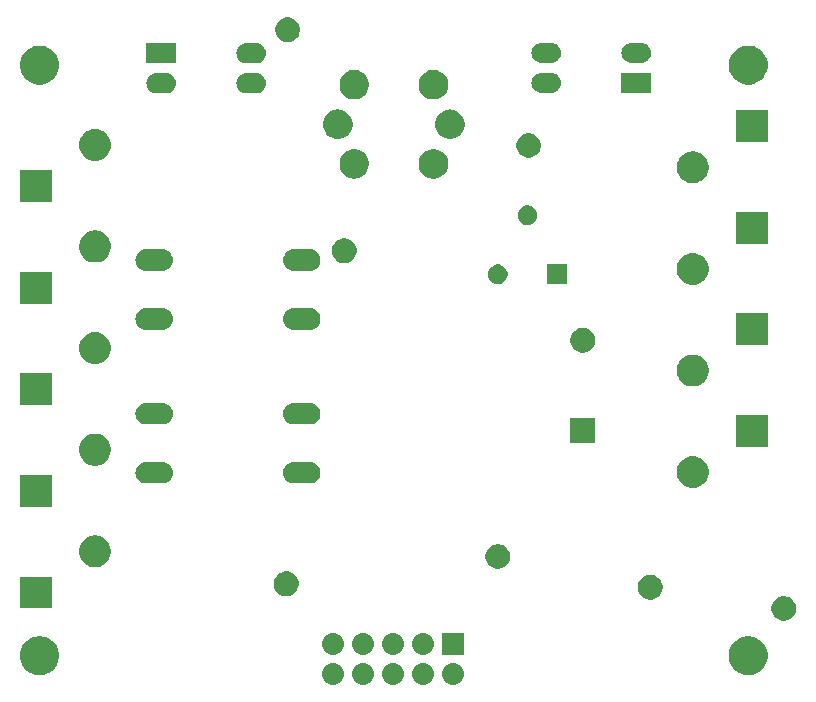
<source format=gbs>
G04 #@! TF.GenerationSoftware,KiCad,Pcbnew,(5.0.2)-1*
G04 #@! TF.CreationDate,2019-05-09T18:21:29+02:00*
G04 #@! TF.ProjectId,SafetySystem,53616665-7479-4537-9973-74656d2e6b69,rev?*
G04 #@! TF.SameCoordinates,Original*
G04 #@! TF.FileFunction,Soldermask,Bot*
G04 #@! TF.FilePolarity,Negative*
%FSLAX46Y46*%
G04 Gerber Fmt 4.6, Leading zero omitted, Abs format (unit mm)*
G04 Created by KiCad (PCBNEW (5.0.2)-1) date 09.05.2019 18:21:29*
%MOMM*%
%LPD*%
G01*
G04 APERTURE LIST*
%ADD10C,0.100000*%
G04 APERTURE END LIST*
D10*
G36*
X195099294Y-105638633D02*
X195271694Y-105690931D01*
X195271696Y-105690932D01*
X195430583Y-105775859D01*
X195569849Y-105890151D01*
X195684141Y-106029417D01*
X195769068Y-106188304D01*
X195769069Y-106188306D01*
X195821367Y-106360706D01*
X195839025Y-106540000D01*
X195821367Y-106719294D01*
X195769069Y-106891694D01*
X195769068Y-106891696D01*
X195684141Y-107050583D01*
X195569849Y-107189849D01*
X195430583Y-107304141D01*
X195271696Y-107389068D01*
X195271694Y-107389069D01*
X195099294Y-107441367D01*
X194964931Y-107454600D01*
X194875069Y-107454600D01*
X194740706Y-107441367D01*
X194568306Y-107389069D01*
X194568304Y-107389068D01*
X194409417Y-107304141D01*
X194270151Y-107189849D01*
X194155859Y-107050583D01*
X194070932Y-106891696D01*
X194070931Y-106891694D01*
X194018633Y-106719294D01*
X194000975Y-106540000D01*
X194018633Y-106360706D01*
X194070931Y-106188306D01*
X194070932Y-106188304D01*
X194155859Y-106029417D01*
X194270151Y-105890151D01*
X194409417Y-105775859D01*
X194568304Y-105690932D01*
X194568306Y-105690931D01*
X194740706Y-105638633D01*
X194875069Y-105625400D01*
X194964931Y-105625400D01*
X195099294Y-105638633D01*
X195099294Y-105638633D01*
G37*
G36*
X197639294Y-105638633D02*
X197811694Y-105690931D01*
X197811696Y-105690932D01*
X197970583Y-105775859D01*
X198109849Y-105890151D01*
X198224141Y-106029417D01*
X198309068Y-106188304D01*
X198309069Y-106188306D01*
X198361367Y-106360706D01*
X198379025Y-106540000D01*
X198361367Y-106719294D01*
X198309069Y-106891694D01*
X198309068Y-106891696D01*
X198224141Y-107050583D01*
X198109849Y-107189849D01*
X197970583Y-107304141D01*
X197811696Y-107389068D01*
X197811694Y-107389069D01*
X197639294Y-107441367D01*
X197504931Y-107454600D01*
X197415069Y-107454600D01*
X197280706Y-107441367D01*
X197108306Y-107389069D01*
X197108304Y-107389068D01*
X196949417Y-107304141D01*
X196810151Y-107189849D01*
X196695859Y-107050583D01*
X196610932Y-106891696D01*
X196610931Y-106891694D01*
X196558633Y-106719294D01*
X196540975Y-106540000D01*
X196558633Y-106360706D01*
X196610931Y-106188306D01*
X196610932Y-106188304D01*
X196695859Y-106029417D01*
X196810151Y-105890151D01*
X196949417Y-105775859D01*
X197108304Y-105690932D01*
X197108306Y-105690931D01*
X197280706Y-105638633D01*
X197415069Y-105625400D01*
X197504931Y-105625400D01*
X197639294Y-105638633D01*
X197639294Y-105638633D01*
G37*
G36*
X200179294Y-105638633D02*
X200351694Y-105690931D01*
X200351696Y-105690932D01*
X200510583Y-105775859D01*
X200649849Y-105890151D01*
X200764141Y-106029417D01*
X200849068Y-106188304D01*
X200849069Y-106188306D01*
X200901367Y-106360706D01*
X200919025Y-106540000D01*
X200901367Y-106719294D01*
X200849069Y-106891694D01*
X200849068Y-106891696D01*
X200764141Y-107050583D01*
X200649849Y-107189849D01*
X200510583Y-107304141D01*
X200351696Y-107389068D01*
X200351694Y-107389069D01*
X200179294Y-107441367D01*
X200044931Y-107454600D01*
X199955069Y-107454600D01*
X199820706Y-107441367D01*
X199648306Y-107389069D01*
X199648304Y-107389068D01*
X199489417Y-107304141D01*
X199350151Y-107189849D01*
X199235859Y-107050583D01*
X199150932Y-106891696D01*
X199150931Y-106891694D01*
X199098633Y-106719294D01*
X199080975Y-106540000D01*
X199098633Y-106360706D01*
X199150931Y-106188306D01*
X199150932Y-106188304D01*
X199235859Y-106029417D01*
X199350151Y-105890151D01*
X199489417Y-105775859D01*
X199648304Y-105690932D01*
X199648306Y-105690931D01*
X199820706Y-105638633D01*
X199955069Y-105625400D01*
X200044931Y-105625400D01*
X200179294Y-105638633D01*
X200179294Y-105638633D01*
G37*
G36*
X192559294Y-105638633D02*
X192731694Y-105690931D01*
X192731696Y-105690932D01*
X192890583Y-105775859D01*
X193029849Y-105890151D01*
X193144141Y-106029417D01*
X193229068Y-106188304D01*
X193229069Y-106188306D01*
X193281367Y-106360706D01*
X193299025Y-106540000D01*
X193281367Y-106719294D01*
X193229069Y-106891694D01*
X193229068Y-106891696D01*
X193144141Y-107050583D01*
X193029849Y-107189849D01*
X192890583Y-107304141D01*
X192731696Y-107389068D01*
X192731694Y-107389069D01*
X192559294Y-107441367D01*
X192424931Y-107454600D01*
X192335069Y-107454600D01*
X192200706Y-107441367D01*
X192028306Y-107389069D01*
X192028304Y-107389068D01*
X191869417Y-107304141D01*
X191730151Y-107189849D01*
X191615859Y-107050583D01*
X191530932Y-106891696D01*
X191530931Y-106891694D01*
X191478633Y-106719294D01*
X191460975Y-106540000D01*
X191478633Y-106360706D01*
X191530931Y-106188306D01*
X191530932Y-106188304D01*
X191615859Y-106029417D01*
X191730151Y-105890151D01*
X191869417Y-105775859D01*
X192028304Y-105690932D01*
X192028306Y-105690931D01*
X192200706Y-105638633D01*
X192335069Y-105625400D01*
X192424931Y-105625400D01*
X192559294Y-105638633D01*
X192559294Y-105638633D01*
G37*
G36*
X190019294Y-105638633D02*
X190191694Y-105690931D01*
X190191696Y-105690932D01*
X190350583Y-105775859D01*
X190489849Y-105890151D01*
X190604141Y-106029417D01*
X190689068Y-106188304D01*
X190689069Y-106188306D01*
X190741367Y-106360706D01*
X190759025Y-106540000D01*
X190741367Y-106719294D01*
X190689069Y-106891694D01*
X190689068Y-106891696D01*
X190604141Y-107050583D01*
X190489849Y-107189849D01*
X190350583Y-107304141D01*
X190191696Y-107389068D01*
X190191694Y-107389069D01*
X190019294Y-107441367D01*
X189884931Y-107454600D01*
X189795069Y-107454600D01*
X189660706Y-107441367D01*
X189488306Y-107389069D01*
X189488304Y-107389068D01*
X189329417Y-107304141D01*
X189190151Y-107189849D01*
X189075859Y-107050583D01*
X188990932Y-106891696D01*
X188990931Y-106891694D01*
X188938633Y-106719294D01*
X188920975Y-106540000D01*
X188938633Y-106360706D01*
X188990931Y-106188306D01*
X188990932Y-106188304D01*
X189075859Y-106029417D01*
X189190151Y-105890151D01*
X189329417Y-105775859D01*
X189488304Y-105690932D01*
X189488306Y-105690931D01*
X189660706Y-105638633D01*
X189795069Y-105625400D01*
X189884931Y-105625400D01*
X190019294Y-105638633D01*
X190019294Y-105638633D01*
G37*
G36*
X225375256Y-103391298D02*
X225481579Y-103412447D01*
X225782042Y-103536903D01*
X225948765Y-103648304D01*
X226052454Y-103717587D01*
X226282413Y-103947546D01*
X226282415Y-103947549D01*
X226463097Y-104217958D01*
X226584307Y-104510584D01*
X226587553Y-104518422D01*
X226636430Y-104764140D01*
X226651000Y-104837391D01*
X226651000Y-105162609D01*
X226587553Y-105481579D01*
X226463097Y-105782042D01*
X226297807Y-106029416D01*
X226282413Y-106052454D01*
X226052454Y-106282413D01*
X226052451Y-106282415D01*
X225782042Y-106463097D01*
X225481579Y-106587553D01*
X225375256Y-106608702D01*
X225162611Y-106651000D01*
X224837389Y-106651000D01*
X224624744Y-106608702D01*
X224518421Y-106587553D01*
X224217958Y-106463097D01*
X223947549Y-106282415D01*
X223947546Y-106282413D01*
X223717587Y-106052454D01*
X223702193Y-106029416D01*
X223536903Y-105782042D01*
X223412447Y-105481579D01*
X223349000Y-105162609D01*
X223349000Y-104837391D01*
X223363571Y-104764140D01*
X223412447Y-104518422D01*
X223415694Y-104510584D01*
X223536903Y-104217958D01*
X223717585Y-103947549D01*
X223717587Y-103947546D01*
X223947546Y-103717587D01*
X224051235Y-103648304D01*
X224217958Y-103536903D01*
X224518421Y-103412447D01*
X224624744Y-103391298D01*
X224837389Y-103349000D01*
X225162611Y-103349000D01*
X225375256Y-103391298D01*
X225375256Y-103391298D01*
G37*
G36*
X165375256Y-103391298D02*
X165481579Y-103412447D01*
X165782042Y-103536903D01*
X165948765Y-103648304D01*
X166052454Y-103717587D01*
X166282413Y-103947546D01*
X166282415Y-103947549D01*
X166463097Y-104217958D01*
X166584307Y-104510584D01*
X166587553Y-104518422D01*
X166636430Y-104764140D01*
X166651000Y-104837391D01*
X166651000Y-105162609D01*
X166587553Y-105481579D01*
X166463097Y-105782042D01*
X166297807Y-106029416D01*
X166282413Y-106052454D01*
X166052454Y-106282413D01*
X166052451Y-106282415D01*
X165782042Y-106463097D01*
X165481579Y-106587553D01*
X165375256Y-106608702D01*
X165162611Y-106651000D01*
X164837389Y-106651000D01*
X164624744Y-106608702D01*
X164518421Y-106587553D01*
X164217958Y-106463097D01*
X163947549Y-106282415D01*
X163947546Y-106282413D01*
X163717587Y-106052454D01*
X163702193Y-106029416D01*
X163536903Y-105782042D01*
X163412447Y-105481579D01*
X163349000Y-105162609D01*
X163349000Y-104837391D01*
X163363571Y-104764140D01*
X163412447Y-104518422D01*
X163415694Y-104510584D01*
X163536903Y-104217958D01*
X163717585Y-103947549D01*
X163717587Y-103947546D01*
X163947546Y-103717587D01*
X164051235Y-103648304D01*
X164217958Y-103536903D01*
X164518421Y-103412447D01*
X164624744Y-103391298D01*
X164837389Y-103349000D01*
X165162611Y-103349000D01*
X165375256Y-103391298D01*
X165375256Y-103391298D01*
G37*
G36*
X197639294Y-103098633D02*
X197811694Y-103150931D01*
X197811696Y-103150932D01*
X197970583Y-103235859D01*
X198109849Y-103350151D01*
X198224141Y-103489417D01*
X198309068Y-103648304D01*
X198309069Y-103648306D01*
X198361367Y-103820706D01*
X198379025Y-104000000D01*
X198361367Y-104179294D01*
X198309069Y-104351694D01*
X198309068Y-104351696D01*
X198224141Y-104510583D01*
X198109849Y-104649849D01*
X197970583Y-104764141D01*
X197833546Y-104837389D01*
X197811694Y-104849069D01*
X197639294Y-104901367D01*
X197504931Y-104914600D01*
X197415069Y-104914600D01*
X197280706Y-104901367D01*
X197108306Y-104849069D01*
X197086454Y-104837389D01*
X196949417Y-104764141D01*
X196810151Y-104649849D01*
X196695859Y-104510583D01*
X196610932Y-104351696D01*
X196610931Y-104351694D01*
X196558633Y-104179294D01*
X196540975Y-104000000D01*
X196558633Y-103820706D01*
X196610931Y-103648306D01*
X196610932Y-103648304D01*
X196695859Y-103489417D01*
X196810151Y-103350151D01*
X196949417Y-103235859D01*
X197108304Y-103150932D01*
X197108306Y-103150931D01*
X197280706Y-103098633D01*
X197415069Y-103085400D01*
X197504931Y-103085400D01*
X197639294Y-103098633D01*
X197639294Y-103098633D01*
G37*
G36*
X192559294Y-103098633D02*
X192731694Y-103150931D01*
X192731696Y-103150932D01*
X192890583Y-103235859D01*
X193029849Y-103350151D01*
X193144141Y-103489417D01*
X193229068Y-103648304D01*
X193229069Y-103648306D01*
X193281367Y-103820706D01*
X193299025Y-104000000D01*
X193281367Y-104179294D01*
X193229069Y-104351694D01*
X193229068Y-104351696D01*
X193144141Y-104510583D01*
X193029849Y-104649849D01*
X192890583Y-104764141D01*
X192753546Y-104837389D01*
X192731694Y-104849069D01*
X192559294Y-104901367D01*
X192424931Y-104914600D01*
X192335069Y-104914600D01*
X192200706Y-104901367D01*
X192028306Y-104849069D01*
X192006454Y-104837389D01*
X191869417Y-104764141D01*
X191730151Y-104649849D01*
X191615859Y-104510583D01*
X191530932Y-104351696D01*
X191530931Y-104351694D01*
X191478633Y-104179294D01*
X191460975Y-104000000D01*
X191478633Y-103820706D01*
X191530931Y-103648306D01*
X191530932Y-103648304D01*
X191615859Y-103489417D01*
X191730151Y-103350151D01*
X191869417Y-103235859D01*
X192028304Y-103150932D01*
X192028306Y-103150931D01*
X192200706Y-103098633D01*
X192335069Y-103085400D01*
X192424931Y-103085400D01*
X192559294Y-103098633D01*
X192559294Y-103098633D01*
G37*
G36*
X190019294Y-103098633D02*
X190191694Y-103150931D01*
X190191696Y-103150932D01*
X190350583Y-103235859D01*
X190489849Y-103350151D01*
X190604141Y-103489417D01*
X190689068Y-103648304D01*
X190689069Y-103648306D01*
X190741367Y-103820706D01*
X190759025Y-104000000D01*
X190741367Y-104179294D01*
X190689069Y-104351694D01*
X190689068Y-104351696D01*
X190604141Y-104510583D01*
X190489849Y-104649849D01*
X190350583Y-104764141D01*
X190213546Y-104837389D01*
X190191694Y-104849069D01*
X190019294Y-104901367D01*
X189884931Y-104914600D01*
X189795069Y-104914600D01*
X189660706Y-104901367D01*
X189488306Y-104849069D01*
X189466454Y-104837389D01*
X189329417Y-104764141D01*
X189190151Y-104649849D01*
X189075859Y-104510583D01*
X188990932Y-104351696D01*
X188990931Y-104351694D01*
X188938633Y-104179294D01*
X188920975Y-104000000D01*
X188938633Y-103820706D01*
X188990931Y-103648306D01*
X188990932Y-103648304D01*
X189075859Y-103489417D01*
X189190151Y-103350151D01*
X189329417Y-103235859D01*
X189488304Y-103150932D01*
X189488306Y-103150931D01*
X189660706Y-103098633D01*
X189795069Y-103085400D01*
X189884931Y-103085400D01*
X190019294Y-103098633D01*
X190019294Y-103098633D01*
G37*
G36*
X195099294Y-103098633D02*
X195271694Y-103150931D01*
X195271696Y-103150932D01*
X195430583Y-103235859D01*
X195569849Y-103350151D01*
X195684141Y-103489417D01*
X195769068Y-103648304D01*
X195769069Y-103648306D01*
X195821367Y-103820706D01*
X195839025Y-104000000D01*
X195821367Y-104179294D01*
X195769069Y-104351694D01*
X195769068Y-104351696D01*
X195684141Y-104510583D01*
X195569849Y-104649849D01*
X195430583Y-104764141D01*
X195293546Y-104837389D01*
X195271694Y-104849069D01*
X195099294Y-104901367D01*
X194964931Y-104914600D01*
X194875069Y-104914600D01*
X194740706Y-104901367D01*
X194568306Y-104849069D01*
X194546454Y-104837389D01*
X194409417Y-104764141D01*
X194270151Y-104649849D01*
X194155859Y-104510583D01*
X194070932Y-104351696D01*
X194070931Y-104351694D01*
X194018633Y-104179294D01*
X194000975Y-104000000D01*
X194018633Y-103820706D01*
X194070931Y-103648306D01*
X194070932Y-103648304D01*
X194155859Y-103489417D01*
X194270151Y-103350151D01*
X194409417Y-103235859D01*
X194568304Y-103150932D01*
X194568306Y-103150931D01*
X194740706Y-103098633D01*
X194875069Y-103085400D01*
X194964931Y-103085400D01*
X195099294Y-103098633D01*
X195099294Y-103098633D01*
G37*
G36*
X200914600Y-104914600D02*
X199085400Y-104914600D01*
X199085400Y-103085400D01*
X200914600Y-103085400D01*
X200914600Y-104914600D01*
X200914600Y-104914600D01*
G37*
G36*
X228306565Y-99989389D02*
X228497834Y-100068615D01*
X228669976Y-100183637D01*
X228816363Y-100330024D01*
X228931385Y-100502166D01*
X229010611Y-100693435D01*
X229051000Y-100896484D01*
X229051000Y-101103516D01*
X229010611Y-101306565D01*
X228931385Y-101497834D01*
X228816363Y-101669976D01*
X228669976Y-101816363D01*
X228497834Y-101931385D01*
X228306565Y-102010611D01*
X228103516Y-102051000D01*
X227896484Y-102051000D01*
X227693435Y-102010611D01*
X227502166Y-101931385D01*
X227330024Y-101816363D01*
X227183637Y-101669976D01*
X227068615Y-101497834D01*
X226989389Y-101306565D01*
X226949000Y-101103516D01*
X226949000Y-100896484D01*
X226989389Y-100693435D01*
X227068615Y-100502166D01*
X227183637Y-100330024D01*
X227330024Y-100183637D01*
X227502166Y-100068615D01*
X227693435Y-99989389D01*
X227896484Y-99949000D01*
X228103516Y-99949000D01*
X228306565Y-99989389D01*
X228306565Y-99989389D01*
G37*
G36*
X166051000Y-101001000D02*
X163349000Y-101001000D01*
X163349000Y-98299000D01*
X166051000Y-98299000D01*
X166051000Y-101001000D01*
X166051000Y-101001000D01*
G37*
G36*
X217006565Y-98189389D02*
X217197834Y-98268615D01*
X217369976Y-98383637D01*
X217516363Y-98530024D01*
X217631385Y-98702166D01*
X217710611Y-98893435D01*
X217751000Y-99096484D01*
X217751000Y-99303516D01*
X217710611Y-99506565D01*
X217631385Y-99697834D01*
X217516363Y-99869976D01*
X217369976Y-100016363D01*
X217197834Y-100131385D01*
X217006565Y-100210611D01*
X216803516Y-100251000D01*
X216596484Y-100251000D01*
X216393435Y-100210611D01*
X216202166Y-100131385D01*
X216030024Y-100016363D01*
X215883637Y-99869976D01*
X215768615Y-99697834D01*
X215689389Y-99506565D01*
X215649000Y-99303516D01*
X215649000Y-99096484D01*
X215689389Y-98893435D01*
X215768615Y-98702166D01*
X215883637Y-98530024D01*
X216030024Y-98383637D01*
X216202166Y-98268615D01*
X216393435Y-98189389D01*
X216596484Y-98149000D01*
X216803516Y-98149000D01*
X217006565Y-98189389D01*
X217006565Y-98189389D01*
G37*
G36*
X186206565Y-97889389D02*
X186397834Y-97968615D01*
X186569976Y-98083637D01*
X186716363Y-98230024D01*
X186831385Y-98402166D01*
X186910611Y-98593435D01*
X186951000Y-98796484D01*
X186951000Y-99003516D01*
X186910611Y-99206565D01*
X186831385Y-99397834D01*
X186716363Y-99569976D01*
X186569976Y-99716363D01*
X186397834Y-99831385D01*
X186206565Y-99910611D01*
X186003516Y-99951000D01*
X185796484Y-99951000D01*
X185593435Y-99910611D01*
X185402166Y-99831385D01*
X185230024Y-99716363D01*
X185083637Y-99569976D01*
X184968615Y-99397834D01*
X184889389Y-99206565D01*
X184849000Y-99003516D01*
X184849000Y-98796484D01*
X184889389Y-98593435D01*
X184968615Y-98402166D01*
X185083637Y-98230024D01*
X185230024Y-98083637D01*
X185402166Y-97968615D01*
X185593435Y-97889389D01*
X185796484Y-97849000D01*
X186003516Y-97849000D01*
X186206565Y-97889389D01*
X186206565Y-97889389D01*
G37*
G36*
X204106565Y-95589389D02*
X204297834Y-95668615D01*
X204469976Y-95783637D01*
X204616363Y-95930024D01*
X204731385Y-96102166D01*
X204810611Y-96293435D01*
X204851000Y-96496484D01*
X204851000Y-96703516D01*
X204810611Y-96906565D01*
X204731385Y-97097834D01*
X204616363Y-97269976D01*
X204469976Y-97416363D01*
X204297834Y-97531385D01*
X204106565Y-97610611D01*
X203903516Y-97651000D01*
X203696484Y-97651000D01*
X203493435Y-97610611D01*
X203302166Y-97531385D01*
X203130024Y-97416363D01*
X202983637Y-97269976D01*
X202868615Y-97097834D01*
X202789389Y-96906565D01*
X202749000Y-96703516D01*
X202749000Y-96496484D01*
X202789389Y-96293435D01*
X202868615Y-96102166D01*
X202983637Y-95930024D01*
X203130024Y-95783637D01*
X203302166Y-95668615D01*
X203493435Y-95589389D01*
X203696484Y-95549000D01*
X203903516Y-95549000D01*
X204106565Y-95589389D01*
X204106565Y-95589389D01*
G37*
G36*
X169963567Y-94824959D02*
X170094072Y-94850918D01*
X170339939Y-94952759D01*
X170560464Y-95100110D01*
X170561215Y-95100612D01*
X170749388Y-95288785D01*
X170749390Y-95288788D01*
X170897241Y-95510061D01*
X170999082Y-95755928D01*
X171051000Y-96016938D01*
X171051000Y-96283062D01*
X170999082Y-96544072D01*
X170897241Y-96789939D01*
X170819313Y-96906565D01*
X170749388Y-97011215D01*
X170561215Y-97199388D01*
X170561212Y-97199390D01*
X170339939Y-97347241D01*
X170094072Y-97449082D01*
X169963567Y-97475041D01*
X169833063Y-97501000D01*
X169566937Y-97501000D01*
X169436433Y-97475041D01*
X169305928Y-97449082D01*
X169060061Y-97347241D01*
X168838788Y-97199390D01*
X168838785Y-97199388D01*
X168650612Y-97011215D01*
X168580687Y-96906565D01*
X168502759Y-96789939D01*
X168400918Y-96544072D01*
X168349000Y-96283062D01*
X168349000Y-96016938D01*
X168400918Y-95755928D01*
X168502759Y-95510061D01*
X168650610Y-95288788D01*
X168650612Y-95288785D01*
X168838785Y-95100612D01*
X168839536Y-95100110D01*
X169060061Y-94952759D01*
X169305928Y-94850918D01*
X169436433Y-94824959D01*
X169566937Y-94799000D01*
X169833063Y-94799000D01*
X169963567Y-94824959D01*
X169963567Y-94824959D01*
G37*
G36*
X166051000Y-92401000D02*
X163349000Y-92401000D01*
X163349000Y-89699000D01*
X166051000Y-89699000D01*
X166051000Y-92401000D01*
X166051000Y-92401000D01*
G37*
G36*
X220563567Y-88124959D02*
X220694072Y-88150918D01*
X220939939Y-88252759D01*
X221160464Y-88400110D01*
X221161215Y-88400612D01*
X221349388Y-88588785D01*
X221349390Y-88588788D01*
X221497241Y-88810061D01*
X221599082Y-89055928D01*
X221651000Y-89316938D01*
X221651000Y-89583062D01*
X221599082Y-89844072D01*
X221497241Y-90089939D01*
X221380842Y-90264141D01*
X221349388Y-90311215D01*
X221161215Y-90499388D01*
X221161212Y-90499390D01*
X220939939Y-90647241D01*
X220694072Y-90749082D01*
X220563567Y-90775041D01*
X220433063Y-90801000D01*
X220166937Y-90801000D01*
X220036433Y-90775041D01*
X219905928Y-90749082D01*
X219660061Y-90647241D01*
X219438788Y-90499390D01*
X219438785Y-90499388D01*
X219250612Y-90311215D01*
X219219158Y-90264141D01*
X219102759Y-90089939D01*
X219000918Y-89844072D01*
X218949000Y-89583062D01*
X218949000Y-89316938D01*
X219000918Y-89055928D01*
X219102759Y-88810061D01*
X219250610Y-88588788D01*
X219250612Y-88588785D01*
X219438785Y-88400612D01*
X219439536Y-88400110D01*
X219660061Y-88252759D01*
X219905928Y-88150918D01*
X220036433Y-88124959D01*
X220166937Y-88099000D01*
X220433063Y-88099000D01*
X220563567Y-88124959D01*
X220563567Y-88124959D01*
G37*
G36*
X188039694Y-88598633D02*
X188212094Y-88650931D01*
X188212096Y-88650932D01*
X188370983Y-88735859D01*
X188370985Y-88735860D01*
X188370984Y-88735860D01*
X188510249Y-88850151D01*
X188624540Y-88989416D01*
X188709469Y-89148306D01*
X188761767Y-89320706D01*
X188779425Y-89500000D01*
X188761767Y-89679294D01*
X188711781Y-89844071D01*
X188709468Y-89851696D01*
X188624541Y-90010583D01*
X188510249Y-90149849D01*
X188370983Y-90264141D01*
X188212096Y-90349068D01*
X188212094Y-90349069D01*
X188039694Y-90401367D01*
X187905331Y-90414600D01*
X186494669Y-90414600D01*
X186360306Y-90401367D01*
X186187906Y-90349069D01*
X186187904Y-90349068D01*
X186029017Y-90264141D01*
X185889751Y-90149849D01*
X185775459Y-90010583D01*
X185690532Y-89851696D01*
X185688219Y-89844071D01*
X185638233Y-89679294D01*
X185620575Y-89500000D01*
X185638233Y-89320706D01*
X185690531Y-89148306D01*
X185775460Y-88989416D01*
X185889751Y-88850151D01*
X186029016Y-88735860D01*
X186029015Y-88735860D01*
X186029017Y-88735859D01*
X186187904Y-88650932D01*
X186187906Y-88650931D01*
X186360306Y-88598633D01*
X186494669Y-88585400D01*
X187905331Y-88585400D01*
X188039694Y-88598633D01*
X188039694Y-88598633D01*
G37*
G36*
X175539694Y-88598633D02*
X175712094Y-88650931D01*
X175712096Y-88650932D01*
X175870983Y-88735859D01*
X175870985Y-88735860D01*
X175870984Y-88735860D01*
X176010249Y-88850151D01*
X176124540Y-88989416D01*
X176209469Y-89148306D01*
X176261767Y-89320706D01*
X176279425Y-89500000D01*
X176261767Y-89679294D01*
X176211781Y-89844071D01*
X176209468Y-89851696D01*
X176124541Y-90010583D01*
X176010249Y-90149849D01*
X175870983Y-90264141D01*
X175712096Y-90349068D01*
X175712094Y-90349069D01*
X175539694Y-90401367D01*
X175405331Y-90414600D01*
X173994669Y-90414600D01*
X173860306Y-90401367D01*
X173687906Y-90349069D01*
X173687904Y-90349068D01*
X173529017Y-90264141D01*
X173389751Y-90149849D01*
X173275459Y-90010583D01*
X173190532Y-89851696D01*
X173188219Y-89844071D01*
X173138233Y-89679294D01*
X173120575Y-89500000D01*
X173138233Y-89320706D01*
X173190531Y-89148306D01*
X173275460Y-88989416D01*
X173389751Y-88850151D01*
X173529016Y-88735860D01*
X173529015Y-88735860D01*
X173529017Y-88735859D01*
X173687904Y-88650932D01*
X173687906Y-88650931D01*
X173860306Y-88598633D01*
X173994669Y-88585400D01*
X175405331Y-88585400D01*
X175539694Y-88598633D01*
X175539694Y-88598633D01*
G37*
G36*
X169963567Y-86224959D02*
X170094072Y-86250918D01*
X170339939Y-86352759D01*
X170560464Y-86500110D01*
X170561215Y-86500612D01*
X170749388Y-86688785D01*
X170749390Y-86688788D01*
X170897241Y-86910061D01*
X170999082Y-87155928D01*
X171051000Y-87416938D01*
X171051000Y-87683062D01*
X170999082Y-87944072D01*
X170897241Y-88189939D01*
X170756474Y-88400610D01*
X170749388Y-88411215D01*
X170561215Y-88599388D01*
X170561212Y-88599390D01*
X170339939Y-88747241D01*
X170094072Y-88849082D01*
X169963567Y-88875041D01*
X169833063Y-88901000D01*
X169566937Y-88901000D01*
X169436433Y-88875041D01*
X169305928Y-88849082D01*
X169060061Y-88747241D01*
X168838788Y-88599390D01*
X168838785Y-88599388D01*
X168650612Y-88411215D01*
X168643526Y-88400610D01*
X168502759Y-88189939D01*
X168400918Y-87944072D01*
X168349000Y-87683062D01*
X168349000Y-87416938D01*
X168400918Y-87155928D01*
X168502759Y-86910061D01*
X168650610Y-86688788D01*
X168650612Y-86688785D01*
X168838785Y-86500612D01*
X168839536Y-86500110D01*
X169060061Y-86352759D01*
X169305928Y-86250918D01*
X169436433Y-86224959D01*
X169566937Y-86199000D01*
X169833063Y-86199000D01*
X169963567Y-86224959D01*
X169963567Y-86224959D01*
G37*
G36*
X226651000Y-87301000D02*
X223949000Y-87301000D01*
X223949000Y-84599000D01*
X226651000Y-84599000D01*
X226651000Y-87301000D01*
X226651000Y-87301000D01*
G37*
G36*
X212051000Y-86951000D02*
X209949000Y-86951000D01*
X209949000Y-84849000D01*
X212051000Y-84849000D01*
X212051000Y-86951000D01*
X212051000Y-86951000D01*
G37*
G36*
X188039694Y-83598633D02*
X188212094Y-83650931D01*
X188212096Y-83650932D01*
X188370983Y-83735859D01*
X188370985Y-83735860D01*
X188370984Y-83735860D01*
X188510249Y-83850151D01*
X188624540Y-83989416D01*
X188709469Y-84148306D01*
X188761767Y-84320706D01*
X188779425Y-84500000D01*
X188761767Y-84679294D01*
X188710286Y-84849000D01*
X188709468Y-84851696D01*
X188624541Y-85010583D01*
X188510249Y-85149849D01*
X188370983Y-85264141D01*
X188212096Y-85349068D01*
X188212094Y-85349069D01*
X188039694Y-85401367D01*
X187905331Y-85414600D01*
X186494669Y-85414600D01*
X186360306Y-85401367D01*
X186187906Y-85349069D01*
X186187904Y-85349068D01*
X186029017Y-85264141D01*
X185889751Y-85149849D01*
X185775459Y-85010583D01*
X185690532Y-84851696D01*
X185689714Y-84849000D01*
X185638233Y-84679294D01*
X185620575Y-84500000D01*
X185638233Y-84320706D01*
X185690531Y-84148306D01*
X185775460Y-83989416D01*
X185889751Y-83850151D01*
X186029016Y-83735860D01*
X186029015Y-83735860D01*
X186029017Y-83735859D01*
X186187904Y-83650932D01*
X186187906Y-83650931D01*
X186360306Y-83598633D01*
X186494669Y-83585400D01*
X187905331Y-83585400D01*
X188039694Y-83598633D01*
X188039694Y-83598633D01*
G37*
G36*
X175539694Y-83598633D02*
X175712094Y-83650931D01*
X175712096Y-83650932D01*
X175870983Y-83735859D01*
X175870985Y-83735860D01*
X175870984Y-83735860D01*
X176010249Y-83850151D01*
X176124540Y-83989416D01*
X176209469Y-84148306D01*
X176261767Y-84320706D01*
X176279425Y-84500000D01*
X176261767Y-84679294D01*
X176210286Y-84849000D01*
X176209468Y-84851696D01*
X176124541Y-85010583D01*
X176010249Y-85149849D01*
X175870983Y-85264141D01*
X175712096Y-85349068D01*
X175712094Y-85349069D01*
X175539694Y-85401367D01*
X175405331Y-85414600D01*
X173994669Y-85414600D01*
X173860306Y-85401367D01*
X173687906Y-85349069D01*
X173687904Y-85349068D01*
X173529017Y-85264141D01*
X173389751Y-85149849D01*
X173275459Y-85010583D01*
X173190532Y-84851696D01*
X173189714Y-84849000D01*
X173138233Y-84679294D01*
X173120575Y-84500000D01*
X173138233Y-84320706D01*
X173190531Y-84148306D01*
X173275460Y-83989416D01*
X173389751Y-83850151D01*
X173529016Y-83735860D01*
X173529015Y-83735860D01*
X173529017Y-83735859D01*
X173687904Y-83650932D01*
X173687906Y-83650931D01*
X173860306Y-83598633D01*
X173994669Y-83585400D01*
X175405331Y-83585400D01*
X175539694Y-83598633D01*
X175539694Y-83598633D01*
G37*
G36*
X166051000Y-83801000D02*
X163349000Y-83801000D01*
X163349000Y-81099000D01*
X166051000Y-81099000D01*
X166051000Y-83801000D01*
X166051000Y-83801000D01*
G37*
G36*
X220563567Y-79524959D02*
X220694072Y-79550918D01*
X220939939Y-79652759D01*
X221160464Y-79800110D01*
X221161215Y-79800612D01*
X221349388Y-79988785D01*
X221349390Y-79988788D01*
X221497241Y-80210061D01*
X221599082Y-80455928D01*
X221651000Y-80716938D01*
X221651000Y-80983062D01*
X221599082Y-81244072D01*
X221497241Y-81489939D01*
X221349890Y-81710464D01*
X221349388Y-81711215D01*
X221161215Y-81899388D01*
X221161212Y-81899390D01*
X220939939Y-82047241D01*
X220694072Y-82149082D01*
X220563567Y-82175041D01*
X220433063Y-82201000D01*
X220166937Y-82201000D01*
X220036433Y-82175041D01*
X219905928Y-82149082D01*
X219660061Y-82047241D01*
X219438788Y-81899390D01*
X219438785Y-81899388D01*
X219250612Y-81711215D01*
X219250110Y-81710464D01*
X219102759Y-81489939D01*
X219000918Y-81244072D01*
X218949000Y-80983062D01*
X218949000Y-80716938D01*
X219000918Y-80455928D01*
X219102759Y-80210061D01*
X219250610Y-79988788D01*
X219250612Y-79988785D01*
X219438785Y-79800612D01*
X219439536Y-79800110D01*
X219660061Y-79652759D01*
X219905928Y-79550918D01*
X220036433Y-79524959D01*
X220166937Y-79499000D01*
X220433063Y-79499000D01*
X220563567Y-79524959D01*
X220563567Y-79524959D01*
G37*
G36*
X169963567Y-77624959D02*
X170094072Y-77650918D01*
X170339939Y-77752759D01*
X170560464Y-77900110D01*
X170561215Y-77900612D01*
X170749388Y-78088785D01*
X170749390Y-78088788D01*
X170897241Y-78310061D01*
X170999082Y-78555928D01*
X171051000Y-78816938D01*
X171051000Y-79083062D01*
X170999082Y-79344072D01*
X170897241Y-79589939D01*
X170756474Y-79800610D01*
X170749388Y-79811215D01*
X170561215Y-79999388D01*
X170561212Y-79999390D01*
X170339939Y-80147241D01*
X170094072Y-80249082D01*
X169963567Y-80275041D01*
X169833063Y-80301000D01*
X169566937Y-80301000D01*
X169436433Y-80275041D01*
X169305928Y-80249082D01*
X169060061Y-80147241D01*
X168838788Y-79999390D01*
X168838785Y-79999388D01*
X168650612Y-79811215D01*
X168643526Y-79800610D01*
X168502759Y-79589939D01*
X168400918Y-79344072D01*
X168349000Y-79083062D01*
X168349000Y-78816938D01*
X168400918Y-78555928D01*
X168502759Y-78310061D01*
X168650610Y-78088788D01*
X168650612Y-78088785D01*
X168838785Y-77900612D01*
X168839536Y-77900110D01*
X169060061Y-77752759D01*
X169305928Y-77650918D01*
X169436433Y-77624959D01*
X169566937Y-77599000D01*
X169833063Y-77599000D01*
X169963567Y-77624959D01*
X169963567Y-77624959D01*
G37*
G36*
X211306565Y-77289389D02*
X211497834Y-77368615D01*
X211669976Y-77483637D01*
X211816363Y-77630024D01*
X211931385Y-77802166D01*
X212010611Y-77993435D01*
X212051000Y-78196484D01*
X212051000Y-78403516D01*
X212010611Y-78606565D01*
X211931385Y-78797834D01*
X211816363Y-78969976D01*
X211669976Y-79116363D01*
X211497834Y-79231385D01*
X211306565Y-79310611D01*
X211103516Y-79351000D01*
X210896484Y-79351000D01*
X210693435Y-79310611D01*
X210502166Y-79231385D01*
X210330024Y-79116363D01*
X210183637Y-78969976D01*
X210068615Y-78797834D01*
X209989389Y-78606565D01*
X209949000Y-78403516D01*
X209949000Y-78196484D01*
X209989389Y-77993435D01*
X210068615Y-77802166D01*
X210183637Y-77630024D01*
X210330024Y-77483637D01*
X210502166Y-77368615D01*
X210693435Y-77289389D01*
X210896484Y-77249000D01*
X211103516Y-77249000D01*
X211306565Y-77289389D01*
X211306565Y-77289389D01*
G37*
G36*
X226651000Y-78701000D02*
X223949000Y-78701000D01*
X223949000Y-75999000D01*
X226651000Y-75999000D01*
X226651000Y-78701000D01*
X226651000Y-78701000D01*
G37*
G36*
X188039694Y-75598633D02*
X188212094Y-75650931D01*
X188212096Y-75650932D01*
X188370983Y-75735859D01*
X188370985Y-75735860D01*
X188370984Y-75735860D01*
X188510249Y-75850151D01*
X188624540Y-75989416D01*
X188709469Y-76148306D01*
X188761767Y-76320706D01*
X188779425Y-76500000D01*
X188761767Y-76679294D01*
X188709469Y-76851694D01*
X188709468Y-76851696D01*
X188624541Y-77010583D01*
X188510249Y-77149849D01*
X188370983Y-77264141D01*
X188212096Y-77349068D01*
X188212094Y-77349069D01*
X188039694Y-77401367D01*
X187905331Y-77414600D01*
X186494669Y-77414600D01*
X186360306Y-77401367D01*
X186187906Y-77349069D01*
X186187904Y-77349068D01*
X186029017Y-77264141D01*
X185889751Y-77149849D01*
X185775459Y-77010583D01*
X185690532Y-76851696D01*
X185690531Y-76851694D01*
X185638233Y-76679294D01*
X185620575Y-76500000D01*
X185638233Y-76320706D01*
X185690531Y-76148306D01*
X185775460Y-75989416D01*
X185889751Y-75850151D01*
X186029016Y-75735860D01*
X186029015Y-75735860D01*
X186029017Y-75735859D01*
X186187904Y-75650932D01*
X186187906Y-75650931D01*
X186360306Y-75598633D01*
X186494669Y-75585400D01*
X187905331Y-75585400D01*
X188039694Y-75598633D01*
X188039694Y-75598633D01*
G37*
G36*
X175539694Y-75598633D02*
X175712094Y-75650931D01*
X175712096Y-75650932D01*
X175870983Y-75735859D01*
X175870985Y-75735860D01*
X175870984Y-75735860D01*
X176010249Y-75850151D01*
X176124540Y-75989416D01*
X176209469Y-76148306D01*
X176261767Y-76320706D01*
X176279425Y-76500000D01*
X176261767Y-76679294D01*
X176209469Y-76851694D01*
X176209468Y-76851696D01*
X176124541Y-77010583D01*
X176010249Y-77149849D01*
X175870983Y-77264141D01*
X175712096Y-77349068D01*
X175712094Y-77349069D01*
X175539694Y-77401367D01*
X175405331Y-77414600D01*
X173994669Y-77414600D01*
X173860306Y-77401367D01*
X173687906Y-77349069D01*
X173687904Y-77349068D01*
X173529017Y-77264141D01*
X173389751Y-77149849D01*
X173275459Y-77010583D01*
X173190532Y-76851696D01*
X173190531Y-76851694D01*
X173138233Y-76679294D01*
X173120575Y-76500000D01*
X173138233Y-76320706D01*
X173190531Y-76148306D01*
X173275460Y-75989416D01*
X173389751Y-75850151D01*
X173529016Y-75735860D01*
X173529015Y-75735860D01*
X173529017Y-75735859D01*
X173687904Y-75650932D01*
X173687906Y-75650931D01*
X173860306Y-75598633D01*
X173994669Y-75585400D01*
X175405331Y-75585400D01*
X175539694Y-75598633D01*
X175539694Y-75598633D01*
G37*
G36*
X166051000Y-75201000D02*
X163349000Y-75201000D01*
X163349000Y-72499000D01*
X166051000Y-72499000D01*
X166051000Y-75201000D01*
X166051000Y-75201000D01*
G37*
G36*
X220563567Y-70924959D02*
X220694072Y-70950918D01*
X220939939Y-71052759D01*
X221157057Y-71197834D01*
X221161215Y-71200612D01*
X221349388Y-71388785D01*
X221349390Y-71388788D01*
X221497241Y-71610061D01*
X221599082Y-71855928D01*
X221651000Y-72116938D01*
X221651000Y-72383062D01*
X221599082Y-72644072D01*
X221497241Y-72889939D01*
X221362723Y-73091258D01*
X221349388Y-73111215D01*
X221161215Y-73299388D01*
X221161212Y-73299390D01*
X220939939Y-73447241D01*
X220694072Y-73549082D01*
X220563567Y-73575041D01*
X220433063Y-73601000D01*
X220166937Y-73601000D01*
X220036433Y-73575041D01*
X219905928Y-73549082D01*
X219660061Y-73447241D01*
X219438788Y-73299390D01*
X219438785Y-73299388D01*
X219250612Y-73111215D01*
X219237277Y-73091258D01*
X219102759Y-72889939D01*
X219000918Y-72644072D01*
X218949000Y-72383062D01*
X218949000Y-72116938D01*
X219000918Y-71855928D01*
X219102759Y-71610061D01*
X219250610Y-71388788D01*
X219250612Y-71388785D01*
X219438785Y-71200612D01*
X219442943Y-71197834D01*
X219660061Y-71052759D01*
X219905928Y-70950918D01*
X220036433Y-70924959D01*
X220166937Y-70899000D01*
X220433063Y-70899000D01*
X220563567Y-70924959D01*
X220563567Y-70924959D01*
G37*
G36*
X209626000Y-73526000D02*
X207974000Y-73526000D01*
X207974000Y-71874000D01*
X209626000Y-71874000D01*
X209626000Y-73526000D01*
X209626000Y-73526000D01*
G37*
G36*
X204040935Y-71905742D02*
X204191258Y-71968008D01*
X204326545Y-72058404D01*
X204441596Y-72173455D01*
X204531992Y-72308742D01*
X204594258Y-72459065D01*
X204626000Y-72618646D01*
X204626000Y-72781354D01*
X204594258Y-72940935D01*
X204531992Y-73091258D01*
X204441596Y-73226545D01*
X204326545Y-73341596D01*
X204191258Y-73431992D01*
X204040935Y-73494258D01*
X203881354Y-73526000D01*
X203718646Y-73526000D01*
X203559065Y-73494258D01*
X203408742Y-73431992D01*
X203273455Y-73341596D01*
X203158404Y-73226545D01*
X203068008Y-73091258D01*
X203005742Y-72940935D01*
X202974000Y-72781354D01*
X202974000Y-72618646D01*
X203005742Y-72459065D01*
X203068008Y-72308742D01*
X203158404Y-72173455D01*
X203273455Y-72058404D01*
X203408742Y-71968008D01*
X203559065Y-71905742D01*
X203718646Y-71874000D01*
X203881354Y-71874000D01*
X204040935Y-71905742D01*
X204040935Y-71905742D01*
G37*
G36*
X188039694Y-70598633D02*
X188212094Y-70650931D01*
X188212096Y-70650932D01*
X188370983Y-70735859D01*
X188510249Y-70850151D01*
X188624541Y-70989417D01*
X188658398Y-71052759D01*
X188709469Y-71148306D01*
X188761767Y-71320706D01*
X188779425Y-71500000D01*
X188761767Y-71679294D01*
X188709469Y-71851694D01*
X188709468Y-71851696D01*
X188624541Y-72010583D01*
X188510249Y-72149849D01*
X188370983Y-72264141D01*
X188212096Y-72349068D01*
X188212094Y-72349069D01*
X188039694Y-72401367D01*
X187905331Y-72414600D01*
X186494669Y-72414600D01*
X186360306Y-72401367D01*
X186187906Y-72349069D01*
X186187904Y-72349068D01*
X186029017Y-72264141D01*
X185889751Y-72149849D01*
X185775459Y-72010583D01*
X185690532Y-71851696D01*
X185690531Y-71851694D01*
X185638233Y-71679294D01*
X185620575Y-71500000D01*
X185638233Y-71320706D01*
X185690531Y-71148306D01*
X185741602Y-71052759D01*
X185775459Y-70989417D01*
X185889751Y-70850151D01*
X186029017Y-70735859D01*
X186187904Y-70650932D01*
X186187906Y-70650931D01*
X186360306Y-70598633D01*
X186494669Y-70585400D01*
X187905331Y-70585400D01*
X188039694Y-70598633D01*
X188039694Y-70598633D01*
G37*
G36*
X175539694Y-70598633D02*
X175712094Y-70650931D01*
X175712096Y-70650932D01*
X175870983Y-70735859D01*
X176010249Y-70850151D01*
X176124541Y-70989417D01*
X176158398Y-71052759D01*
X176209469Y-71148306D01*
X176261767Y-71320706D01*
X176279425Y-71500000D01*
X176261767Y-71679294D01*
X176209469Y-71851694D01*
X176209468Y-71851696D01*
X176124541Y-72010583D01*
X176010249Y-72149849D01*
X175870983Y-72264141D01*
X175712096Y-72349068D01*
X175712094Y-72349069D01*
X175539694Y-72401367D01*
X175405331Y-72414600D01*
X173994669Y-72414600D01*
X173860306Y-72401367D01*
X173687906Y-72349069D01*
X173687904Y-72349068D01*
X173529017Y-72264141D01*
X173389751Y-72149849D01*
X173275459Y-72010583D01*
X173190532Y-71851696D01*
X173190531Y-71851694D01*
X173138233Y-71679294D01*
X173120575Y-71500000D01*
X173138233Y-71320706D01*
X173190531Y-71148306D01*
X173241602Y-71052759D01*
X173275459Y-70989417D01*
X173389751Y-70850151D01*
X173529017Y-70735859D01*
X173687904Y-70650932D01*
X173687906Y-70650931D01*
X173860306Y-70598633D01*
X173994669Y-70585400D01*
X175405331Y-70585400D01*
X175539694Y-70598633D01*
X175539694Y-70598633D01*
G37*
G36*
X191106565Y-69689389D02*
X191297834Y-69768615D01*
X191469976Y-69883637D01*
X191616363Y-70030024D01*
X191731385Y-70202166D01*
X191810611Y-70393435D01*
X191851000Y-70596484D01*
X191851000Y-70803516D01*
X191810611Y-71006565D01*
X191731385Y-71197834D01*
X191616363Y-71369976D01*
X191469976Y-71516363D01*
X191297834Y-71631385D01*
X191106565Y-71710611D01*
X190903516Y-71751000D01*
X190696484Y-71751000D01*
X190493435Y-71710611D01*
X190302166Y-71631385D01*
X190130024Y-71516363D01*
X189983637Y-71369976D01*
X189868615Y-71197834D01*
X189789389Y-71006565D01*
X189749000Y-70803516D01*
X189749000Y-70596484D01*
X189789389Y-70393435D01*
X189868615Y-70202166D01*
X189983637Y-70030024D01*
X190130024Y-69883637D01*
X190302166Y-69768615D01*
X190493435Y-69689389D01*
X190696484Y-69649000D01*
X190903516Y-69649000D01*
X191106565Y-69689389D01*
X191106565Y-69689389D01*
G37*
G36*
X169963567Y-69024959D02*
X170094072Y-69050918D01*
X170339939Y-69152759D01*
X170560464Y-69300110D01*
X170561215Y-69300612D01*
X170749388Y-69488785D01*
X170749390Y-69488788D01*
X170897241Y-69710061D01*
X170999082Y-69955928D01*
X171013821Y-70030027D01*
X171048062Y-70202165D01*
X171051000Y-70216938D01*
X171051000Y-70483062D01*
X170999082Y-70744072D01*
X170897241Y-70989939D01*
X170758329Y-71197834D01*
X170749388Y-71211215D01*
X170561215Y-71399388D01*
X170561212Y-71399390D01*
X170339939Y-71547241D01*
X170094072Y-71649082D01*
X169963567Y-71675041D01*
X169833063Y-71701000D01*
X169566937Y-71701000D01*
X169436433Y-71675041D01*
X169305928Y-71649082D01*
X169060061Y-71547241D01*
X168838788Y-71399390D01*
X168838785Y-71399388D01*
X168650612Y-71211215D01*
X168641671Y-71197834D01*
X168502759Y-70989939D01*
X168400918Y-70744072D01*
X168349000Y-70483062D01*
X168349000Y-70216938D01*
X168351939Y-70202165D01*
X168386179Y-70030027D01*
X168400918Y-69955928D01*
X168502759Y-69710061D01*
X168650610Y-69488788D01*
X168650612Y-69488785D01*
X168838785Y-69300612D01*
X168839536Y-69300110D01*
X169060061Y-69152759D01*
X169305928Y-69050918D01*
X169436433Y-69024959D01*
X169566937Y-68999000D01*
X169833063Y-68999000D01*
X169963567Y-69024959D01*
X169963567Y-69024959D01*
G37*
G36*
X226651000Y-70101000D02*
X223949000Y-70101000D01*
X223949000Y-67399000D01*
X226651000Y-67399000D01*
X226651000Y-70101000D01*
X226651000Y-70101000D01*
G37*
G36*
X206540935Y-66905742D02*
X206691258Y-66968008D01*
X206826545Y-67058404D01*
X206941596Y-67173455D01*
X207031992Y-67308742D01*
X207094258Y-67459065D01*
X207126000Y-67618646D01*
X207126000Y-67781354D01*
X207094258Y-67940935D01*
X207031992Y-68091258D01*
X206941596Y-68226545D01*
X206826545Y-68341596D01*
X206691258Y-68431992D01*
X206540935Y-68494258D01*
X206381354Y-68526000D01*
X206218646Y-68526000D01*
X206059065Y-68494258D01*
X205908742Y-68431992D01*
X205773455Y-68341596D01*
X205658404Y-68226545D01*
X205568008Y-68091258D01*
X205505742Y-67940935D01*
X205474000Y-67781354D01*
X205474000Y-67618646D01*
X205505742Y-67459065D01*
X205568008Y-67308742D01*
X205658404Y-67173455D01*
X205773455Y-67058404D01*
X205908742Y-66968008D01*
X206059065Y-66905742D01*
X206218646Y-66874000D01*
X206381354Y-66874000D01*
X206540935Y-66905742D01*
X206540935Y-66905742D01*
G37*
G36*
X166051000Y-66601000D02*
X163349000Y-66601000D01*
X163349000Y-63899000D01*
X166051000Y-63899000D01*
X166051000Y-66601000D01*
X166051000Y-66601000D01*
G37*
G36*
X220563567Y-62324959D02*
X220694072Y-62350918D01*
X220939939Y-62452759D01*
X221160464Y-62600110D01*
X221161215Y-62600612D01*
X221349388Y-62788785D01*
X221349390Y-62788788D01*
X221497241Y-63010061D01*
X221599082Y-63255928D01*
X221651000Y-63516938D01*
X221651000Y-63783062D01*
X221599082Y-64044072D01*
X221497241Y-64289939D01*
X221349890Y-64510464D01*
X221349388Y-64511215D01*
X221161215Y-64699388D01*
X221161212Y-64699390D01*
X220939939Y-64847241D01*
X220694072Y-64949082D01*
X220563567Y-64975041D01*
X220433063Y-65001000D01*
X220166937Y-65001000D01*
X220036433Y-64975041D01*
X219905928Y-64949082D01*
X219660061Y-64847241D01*
X219438788Y-64699390D01*
X219438785Y-64699388D01*
X219250612Y-64511215D01*
X219250110Y-64510464D01*
X219102759Y-64289939D01*
X219000918Y-64044072D01*
X218949000Y-63783062D01*
X218949000Y-63516938D01*
X219000918Y-63255928D01*
X219102759Y-63010061D01*
X219250610Y-62788788D01*
X219250612Y-62788785D01*
X219438785Y-62600612D01*
X219439536Y-62600110D01*
X219660061Y-62452759D01*
X219905928Y-62350918D01*
X220036433Y-62324959D01*
X220166937Y-62299000D01*
X220433063Y-62299000D01*
X220563567Y-62324959D01*
X220563567Y-62324959D01*
G37*
G36*
X191811245Y-62106565D02*
X192014903Y-62147075D01*
X192242571Y-62241378D01*
X192446542Y-62377668D01*
X192447469Y-62378287D01*
X192621713Y-62552531D01*
X192621715Y-62552534D01*
X192758622Y-62757429D01*
X192852925Y-62985097D01*
X192901000Y-63226787D01*
X192901000Y-63473213D01*
X192852925Y-63714903D01*
X192758622Y-63942571D01*
X192622332Y-64146542D01*
X192621713Y-64147469D01*
X192447469Y-64321713D01*
X192447466Y-64321715D01*
X192242571Y-64458622D01*
X192014903Y-64552925D01*
X191833635Y-64588981D01*
X191773214Y-64601000D01*
X191526786Y-64601000D01*
X191466365Y-64588981D01*
X191285097Y-64552925D01*
X191057429Y-64458622D01*
X190852534Y-64321715D01*
X190852531Y-64321713D01*
X190678287Y-64147469D01*
X190677668Y-64146542D01*
X190541378Y-63942571D01*
X190447075Y-63714903D01*
X190399000Y-63473213D01*
X190399000Y-63226787D01*
X190447075Y-62985097D01*
X190541378Y-62757429D01*
X190678285Y-62552534D01*
X190678287Y-62552531D01*
X190852531Y-62378287D01*
X190853458Y-62377668D01*
X191057429Y-62241378D01*
X191285097Y-62147075D01*
X191488755Y-62106565D01*
X191526786Y-62099000D01*
X191773214Y-62099000D01*
X191811245Y-62106565D01*
X191811245Y-62106565D01*
G37*
G36*
X198511245Y-62106565D02*
X198714903Y-62147075D01*
X198942571Y-62241378D01*
X199146542Y-62377668D01*
X199147469Y-62378287D01*
X199321713Y-62552531D01*
X199321715Y-62552534D01*
X199458622Y-62757429D01*
X199552925Y-62985097D01*
X199601000Y-63226787D01*
X199601000Y-63473213D01*
X199552925Y-63714903D01*
X199458622Y-63942571D01*
X199322332Y-64146542D01*
X199321713Y-64147469D01*
X199147469Y-64321713D01*
X199147466Y-64321715D01*
X198942571Y-64458622D01*
X198714903Y-64552925D01*
X198533635Y-64588981D01*
X198473214Y-64601000D01*
X198226786Y-64601000D01*
X198166365Y-64588981D01*
X197985097Y-64552925D01*
X197757429Y-64458622D01*
X197552534Y-64321715D01*
X197552531Y-64321713D01*
X197378287Y-64147469D01*
X197377668Y-64146542D01*
X197241378Y-63942571D01*
X197147075Y-63714903D01*
X197099000Y-63473213D01*
X197099000Y-63226787D01*
X197147075Y-62985097D01*
X197241378Y-62757429D01*
X197378285Y-62552534D01*
X197378287Y-62552531D01*
X197552531Y-62378287D01*
X197553458Y-62377668D01*
X197757429Y-62241378D01*
X197985097Y-62147075D01*
X198188755Y-62106565D01*
X198226786Y-62099000D01*
X198473214Y-62099000D01*
X198511245Y-62106565D01*
X198511245Y-62106565D01*
G37*
G36*
X169963567Y-60424959D02*
X170094072Y-60450918D01*
X170339939Y-60552759D01*
X170560464Y-60700110D01*
X170561215Y-60700612D01*
X170749388Y-60888785D01*
X170749390Y-60888788D01*
X170897241Y-61110061D01*
X170976813Y-61302166D01*
X170999082Y-61355929D01*
X171051000Y-61616937D01*
X171051000Y-61883063D01*
X171025041Y-62013567D01*
X170999082Y-62144072D01*
X170897241Y-62389939D01*
X170756474Y-62600610D01*
X170749388Y-62611215D01*
X170561215Y-62799388D01*
X170561212Y-62799390D01*
X170339939Y-62947241D01*
X170094072Y-63049082D01*
X169963567Y-63075041D01*
X169833063Y-63101000D01*
X169566937Y-63101000D01*
X169436433Y-63075041D01*
X169305928Y-63049082D01*
X169060061Y-62947241D01*
X168838788Y-62799390D01*
X168838785Y-62799388D01*
X168650612Y-62611215D01*
X168643526Y-62600610D01*
X168502759Y-62389939D01*
X168400918Y-62144072D01*
X168374959Y-62013567D01*
X168349000Y-61883063D01*
X168349000Y-61616937D01*
X168400918Y-61355929D01*
X168423187Y-61302166D01*
X168502759Y-61110061D01*
X168650610Y-60888788D01*
X168650612Y-60888785D01*
X168838785Y-60700612D01*
X168839536Y-60700110D01*
X169060061Y-60552759D01*
X169305928Y-60450918D01*
X169436433Y-60424959D01*
X169566937Y-60399000D01*
X169833063Y-60399000D01*
X169963567Y-60424959D01*
X169963567Y-60424959D01*
G37*
G36*
X206706565Y-60789389D02*
X206897834Y-60868615D01*
X207069976Y-60983637D01*
X207216363Y-61130024D01*
X207331385Y-61302166D01*
X207410611Y-61493435D01*
X207451000Y-61696484D01*
X207451000Y-61903516D01*
X207410611Y-62106565D01*
X207331385Y-62297834D01*
X207216363Y-62469976D01*
X207069976Y-62616363D01*
X206897834Y-62731385D01*
X206706565Y-62810611D01*
X206503516Y-62851000D01*
X206296484Y-62851000D01*
X206093435Y-62810611D01*
X205902166Y-62731385D01*
X205730024Y-62616363D01*
X205583637Y-62469976D01*
X205468615Y-62297834D01*
X205389389Y-62106565D01*
X205349000Y-61903516D01*
X205349000Y-61696484D01*
X205389389Y-61493435D01*
X205468615Y-61302166D01*
X205583637Y-61130024D01*
X205730024Y-60983637D01*
X205902166Y-60868615D01*
X206093435Y-60789389D01*
X206296484Y-60749000D01*
X206503516Y-60749000D01*
X206706565Y-60789389D01*
X206706565Y-60789389D01*
G37*
G36*
X226651000Y-61501000D02*
X223949000Y-61501000D01*
X223949000Y-58799000D01*
X226651000Y-58799000D01*
X226651000Y-61501000D01*
X226651000Y-61501000D01*
G37*
G36*
X199933635Y-58761019D02*
X200114903Y-58797075D01*
X200342571Y-58891378D01*
X200546542Y-59027668D01*
X200547469Y-59028287D01*
X200721713Y-59202531D01*
X200721715Y-59202534D01*
X200858622Y-59407429D01*
X200952925Y-59635097D01*
X201001000Y-59876787D01*
X201001000Y-60123213D01*
X200952925Y-60364903D01*
X200858622Y-60592571D01*
X200786432Y-60700610D01*
X200721713Y-60797469D01*
X200547469Y-60971713D01*
X200547466Y-60971715D01*
X200342571Y-61108622D01*
X200114903Y-61202925D01*
X199933636Y-61238981D01*
X199873214Y-61251000D01*
X199626786Y-61251000D01*
X199566364Y-61238981D01*
X199385097Y-61202925D01*
X199157429Y-61108622D01*
X198952534Y-60971715D01*
X198952531Y-60971713D01*
X198778287Y-60797469D01*
X198713568Y-60700610D01*
X198641378Y-60592571D01*
X198547075Y-60364903D01*
X198499000Y-60123213D01*
X198499000Y-59876787D01*
X198547075Y-59635097D01*
X198641378Y-59407429D01*
X198778285Y-59202534D01*
X198778287Y-59202531D01*
X198952531Y-59028287D01*
X198953458Y-59027668D01*
X199157429Y-58891378D01*
X199385097Y-58797075D01*
X199566365Y-58761019D01*
X199626786Y-58749000D01*
X199873214Y-58749000D01*
X199933635Y-58761019D01*
X199933635Y-58761019D01*
G37*
G36*
X190433635Y-58761019D02*
X190614903Y-58797075D01*
X190842571Y-58891378D01*
X191046542Y-59027668D01*
X191047469Y-59028287D01*
X191221713Y-59202531D01*
X191221715Y-59202534D01*
X191358622Y-59407429D01*
X191452925Y-59635097D01*
X191501000Y-59876787D01*
X191501000Y-60123213D01*
X191452925Y-60364903D01*
X191358622Y-60592571D01*
X191286432Y-60700610D01*
X191221713Y-60797469D01*
X191047469Y-60971713D01*
X191047466Y-60971715D01*
X190842571Y-61108622D01*
X190614903Y-61202925D01*
X190433636Y-61238981D01*
X190373214Y-61251000D01*
X190126786Y-61251000D01*
X190066364Y-61238981D01*
X189885097Y-61202925D01*
X189657429Y-61108622D01*
X189452534Y-60971715D01*
X189452531Y-60971713D01*
X189278287Y-60797469D01*
X189213568Y-60700610D01*
X189141378Y-60592571D01*
X189047075Y-60364903D01*
X188999000Y-60123213D01*
X188999000Y-59876787D01*
X189047075Y-59635097D01*
X189141378Y-59407429D01*
X189278285Y-59202534D01*
X189278287Y-59202531D01*
X189452531Y-59028287D01*
X189453458Y-59027668D01*
X189657429Y-58891378D01*
X189885097Y-58797075D01*
X190066365Y-58761019D01*
X190126786Y-58749000D01*
X190373214Y-58749000D01*
X190433635Y-58761019D01*
X190433635Y-58761019D01*
G37*
G36*
X198533636Y-55411019D02*
X198714903Y-55447075D01*
X198942571Y-55541378D01*
X199103638Y-55649000D01*
X199147469Y-55678287D01*
X199321713Y-55852531D01*
X199321715Y-55852534D01*
X199458622Y-56057429D01*
X199552925Y-56285097D01*
X199601000Y-56526787D01*
X199601000Y-56773213D01*
X199552925Y-57014903D01*
X199458622Y-57242571D01*
X199322332Y-57446542D01*
X199321713Y-57447469D01*
X199147469Y-57621713D01*
X199147466Y-57621715D01*
X198942571Y-57758622D01*
X198714903Y-57852925D01*
X198533636Y-57888981D01*
X198473214Y-57901000D01*
X198226786Y-57901000D01*
X198166364Y-57888981D01*
X197985097Y-57852925D01*
X197757429Y-57758622D01*
X197552534Y-57621715D01*
X197552531Y-57621713D01*
X197378287Y-57447469D01*
X197377668Y-57446542D01*
X197241378Y-57242571D01*
X197147075Y-57014903D01*
X197099000Y-56773213D01*
X197099000Y-56526787D01*
X197147075Y-56285097D01*
X197241378Y-56057429D01*
X197378285Y-55852534D01*
X197378287Y-55852531D01*
X197552531Y-55678287D01*
X197596362Y-55649000D01*
X197757429Y-55541378D01*
X197985097Y-55447075D01*
X198166364Y-55411019D01*
X198226786Y-55399000D01*
X198473214Y-55399000D01*
X198533636Y-55411019D01*
X198533636Y-55411019D01*
G37*
G36*
X191833636Y-55411019D02*
X192014903Y-55447075D01*
X192242571Y-55541378D01*
X192403638Y-55649000D01*
X192447469Y-55678287D01*
X192621713Y-55852531D01*
X192621715Y-55852534D01*
X192758622Y-56057429D01*
X192852925Y-56285097D01*
X192901000Y-56526787D01*
X192901000Y-56773213D01*
X192852925Y-57014903D01*
X192758622Y-57242571D01*
X192622332Y-57446542D01*
X192621713Y-57447469D01*
X192447469Y-57621713D01*
X192447466Y-57621715D01*
X192242571Y-57758622D01*
X192014903Y-57852925D01*
X191833636Y-57888981D01*
X191773214Y-57901000D01*
X191526786Y-57901000D01*
X191466364Y-57888981D01*
X191285097Y-57852925D01*
X191057429Y-57758622D01*
X190852534Y-57621715D01*
X190852531Y-57621713D01*
X190678287Y-57447469D01*
X190677668Y-57446542D01*
X190541378Y-57242571D01*
X190447075Y-57014903D01*
X190399000Y-56773213D01*
X190399000Y-56526787D01*
X190447075Y-56285097D01*
X190541378Y-56057429D01*
X190678285Y-55852534D01*
X190678287Y-55852531D01*
X190852531Y-55678287D01*
X190896362Y-55649000D01*
X191057429Y-55541378D01*
X191285097Y-55447075D01*
X191466364Y-55411019D01*
X191526786Y-55399000D01*
X191773214Y-55399000D01*
X191833636Y-55411019D01*
X191833636Y-55411019D01*
G37*
G36*
X183486821Y-55701313D02*
X183486824Y-55701314D01*
X183486825Y-55701314D01*
X183647239Y-55749975D01*
X183647241Y-55749976D01*
X183647244Y-55749977D01*
X183795078Y-55828995D01*
X183924659Y-55935341D01*
X184031005Y-56064922D01*
X184110023Y-56212756D01*
X184110024Y-56212759D01*
X184110025Y-56212761D01*
X184146552Y-56333175D01*
X184158687Y-56373179D01*
X184175117Y-56540000D01*
X184158687Y-56706821D01*
X184158686Y-56706824D01*
X184158686Y-56706825D01*
X184122159Y-56827239D01*
X184110023Y-56867244D01*
X184031005Y-57015078D01*
X183924659Y-57144659D01*
X183795078Y-57251005D01*
X183647244Y-57330023D01*
X183647241Y-57330024D01*
X183647239Y-57330025D01*
X183486825Y-57378686D01*
X183486824Y-57378686D01*
X183486821Y-57378687D01*
X183361804Y-57391000D01*
X182478196Y-57391000D01*
X182353179Y-57378687D01*
X182353176Y-57378686D01*
X182353175Y-57378686D01*
X182192761Y-57330025D01*
X182192759Y-57330024D01*
X182192756Y-57330023D01*
X182044922Y-57251005D01*
X181915341Y-57144659D01*
X181808995Y-57015078D01*
X181729977Y-56867244D01*
X181717842Y-56827239D01*
X181681314Y-56706825D01*
X181681314Y-56706824D01*
X181681313Y-56706821D01*
X181664883Y-56540000D01*
X181681313Y-56373179D01*
X181693448Y-56333175D01*
X181729975Y-56212761D01*
X181729976Y-56212759D01*
X181729977Y-56212756D01*
X181808995Y-56064922D01*
X181915341Y-55935341D01*
X182044922Y-55828995D01*
X182192756Y-55749977D01*
X182192759Y-55749976D01*
X182192761Y-55749975D01*
X182353175Y-55701314D01*
X182353176Y-55701314D01*
X182353179Y-55701313D01*
X182478196Y-55689000D01*
X183361804Y-55689000D01*
X183486821Y-55701313D01*
X183486821Y-55701313D01*
G37*
G36*
X175866821Y-55701313D02*
X175866824Y-55701314D01*
X175866825Y-55701314D01*
X176027239Y-55749975D01*
X176027241Y-55749976D01*
X176027244Y-55749977D01*
X176175078Y-55828995D01*
X176304659Y-55935341D01*
X176411005Y-56064922D01*
X176490023Y-56212756D01*
X176490024Y-56212759D01*
X176490025Y-56212761D01*
X176526552Y-56333175D01*
X176538687Y-56373179D01*
X176555117Y-56540000D01*
X176538687Y-56706821D01*
X176538686Y-56706824D01*
X176538686Y-56706825D01*
X176502159Y-56827239D01*
X176490023Y-56867244D01*
X176411005Y-57015078D01*
X176304659Y-57144659D01*
X176175078Y-57251005D01*
X176027244Y-57330023D01*
X176027241Y-57330024D01*
X176027239Y-57330025D01*
X175866825Y-57378686D01*
X175866824Y-57378686D01*
X175866821Y-57378687D01*
X175741804Y-57391000D01*
X174858196Y-57391000D01*
X174733179Y-57378687D01*
X174733176Y-57378686D01*
X174733175Y-57378686D01*
X174572761Y-57330025D01*
X174572759Y-57330024D01*
X174572756Y-57330023D01*
X174424922Y-57251005D01*
X174295341Y-57144659D01*
X174188995Y-57015078D01*
X174109977Y-56867244D01*
X174097842Y-56827239D01*
X174061314Y-56706825D01*
X174061314Y-56706824D01*
X174061313Y-56706821D01*
X174044883Y-56540000D01*
X174061313Y-56373179D01*
X174073448Y-56333175D01*
X174109975Y-56212761D01*
X174109976Y-56212759D01*
X174109977Y-56212756D01*
X174188995Y-56064922D01*
X174295341Y-55935341D01*
X174424922Y-55828995D01*
X174572756Y-55749977D01*
X174572759Y-55749976D01*
X174572761Y-55749975D01*
X174733175Y-55701314D01*
X174733176Y-55701314D01*
X174733179Y-55701313D01*
X174858196Y-55689000D01*
X175741804Y-55689000D01*
X175866821Y-55701313D01*
X175866821Y-55701313D01*
G37*
G36*
X216771000Y-57351000D02*
X214269000Y-57351000D01*
X214269000Y-55649000D01*
X216771000Y-55649000D01*
X216771000Y-57351000D01*
X216771000Y-57351000D01*
G37*
G36*
X208466821Y-55661313D02*
X208466824Y-55661314D01*
X208466825Y-55661314D01*
X208627239Y-55709975D01*
X208627241Y-55709976D01*
X208627244Y-55709977D01*
X208775078Y-55788995D01*
X208904659Y-55895341D01*
X209011005Y-56024922D01*
X209090023Y-56172756D01*
X209090024Y-56172759D01*
X209090025Y-56172761D01*
X209138686Y-56333175D01*
X209138687Y-56333179D01*
X209155117Y-56500000D01*
X209138687Y-56666821D01*
X209138686Y-56666824D01*
X209138686Y-56666825D01*
X209106414Y-56773213D01*
X209090023Y-56827244D01*
X209011005Y-56975078D01*
X208904659Y-57104659D01*
X208775078Y-57211005D01*
X208627244Y-57290023D01*
X208627241Y-57290024D01*
X208627239Y-57290025D01*
X208466825Y-57338686D01*
X208466824Y-57338686D01*
X208466821Y-57338687D01*
X208341804Y-57351000D01*
X207458196Y-57351000D01*
X207333179Y-57338687D01*
X207333176Y-57338686D01*
X207333175Y-57338686D01*
X207172761Y-57290025D01*
X207172759Y-57290024D01*
X207172756Y-57290023D01*
X207024922Y-57211005D01*
X206895341Y-57104659D01*
X206788995Y-56975078D01*
X206709977Y-56827244D01*
X206693587Y-56773213D01*
X206661314Y-56666825D01*
X206661314Y-56666824D01*
X206661313Y-56666821D01*
X206644883Y-56500000D01*
X206661313Y-56333179D01*
X206661314Y-56333175D01*
X206709975Y-56172761D01*
X206709976Y-56172759D01*
X206709977Y-56172756D01*
X206788995Y-56024922D01*
X206895341Y-55895341D01*
X207024922Y-55788995D01*
X207172756Y-55709977D01*
X207172759Y-55709976D01*
X207172761Y-55709975D01*
X207333175Y-55661314D01*
X207333176Y-55661314D01*
X207333179Y-55661313D01*
X207458196Y-55649000D01*
X208341804Y-55649000D01*
X208466821Y-55661313D01*
X208466821Y-55661313D01*
G37*
G36*
X165375256Y-53391298D02*
X165481579Y-53412447D01*
X165656549Y-53484922D01*
X165753118Y-53524922D01*
X165782042Y-53536903D01*
X165925496Y-53632756D01*
X166052454Y-53717587D01*
X166282413Y-53947546D01*
X166282415Y-53947549D01*
X166463097Y-54217958D01*
X166569600Y-54475078D01*
X166587553Y-54518422D01*
X166643302Y-54798687D01*
X166651000Y-54837391D01*
X166651000Y-55162609D01*
X166587553Y-55481579D01*
X166463097Y-55782042D01*
X166300809Y-56024922D01*
X166282413Y-56052454D01*
X166052454Y-56282413D01*
X166052451Y-56282415D01*
X165782042Y-56463097D01*
X165481579Y-56587553D01*
X165375256Y-56608702D01*
X165162611Y-56651000D01*
X164837389Y-56651000D01*
X164624744Y-56608702D01*
X164518421Y-56587553D01*
X164217958Y-56463097D01*
X163947549Y-56282415D01*
X163947546Y-56282413D01*
X163717587Y-56052454D01*
X163699191Y-56024922D01*
X163536903Y-55782042D01*
X163412447Y-55481579D01*
X163349000Y-55162609D01*
X163349000Y-54837391D01*
X163356699Y-54798687D01*
X163412447Y-54518422D01*
X163430401Y-54475078D01*
X163536903Y-54217958D01*
X163717585Y-53947549D01*
X163717587Y-53947546D01*
X163947546Y-53717587D01*
X164074504Y-53632756D01*
X164217958Y-53536903D01*
X164246883Y-53524922D01*
X164343451Y-53484922D01*
X164518421Y-53412447D01*
X164624744Y-53391298D01*
X164837389Y-53349000D01*
X165162611Y-53349000D01*
X165375256Y-53391298D01*
X165375256Y-53391298D01*
G37*
G36*
X225375256Y-53391298D02*
X225481579Y-53412447D01*
X225656549Y-53484922D01*
X225753118Y-53524922D01*
X225782042Y-53536903D01*
X225925496Y-53632756D01*
X226052454Y-53717587D01*
X226282413Y-53947546D01*
X226282415Y-53947549D01*
X226463097Y-54217958D01*
X226569600Y-54475078D01*
X226587553Y-54518422D01*
X226643302Y-54798687D01*
X226651000Y-54837391D01*
X226651000Y-55162609D01*
X226587553Y-55481579D01*
X226463097Y-55782042D01*
X226300809Y-56024922D01*
X226282413Y-56052454D01*
X226052454Y-56282413D01*
X226052451Y-56282415D01*
X225782042Y-56463097D01*
X225481579Y-56587553D01*
X225375256Y-56608702D01*
X225162611Y-56651000D01*
X224837389Y-56651000D01*
X224624744Y-56608702D01*
X224518421Y-56587553D01*
X224217958Y-56463097D01*
X223947549Y-56282415D01*
X223947546Y-56282413D01*
X223717587Y-56052454D01*
X223699191Y-56024922D01*
X223536903Y-55782042D01*
X223412447Y-55481579D01*
X223349000Y-55162609D01*
X223349000Y-54837391D01*
X223356699Y-54798687D01*
X223412447Y-54518422D01*
X223430401Y-54475078D01*
X223536903Y-54217958D01*
X223717585Y-53947549D01*
X223717587Y-53947546D01*
X223947546Y-53717587D01*
X224074504Y-53632756D01*
X224217958Y-53536903D01*
X224246883Y-53524922D01*
X224343451Y-53484922D01*
X224518421Y-53412447D01*
X224624744Y-53391298D01*
X224837389Y-53349000D01*
X225162611Y-53349000D01*
X225375256Y-53391298D01*
X225375256Y-53391298D01*
G37*
G36*
X183486821Y-53161313D02*
X183486824Y-53161314D01*
X183486825Y-53161314D01*
X183647239Y-53209975D01*
X183647241Y-53209976D01*
X183647244Y-53209977D01*
X183795078Y-53288995D01*
X183924659Y-53395341D01*
X184031005Y-53524922D01*
X184110023Y-53672756D01*
X184110024Y-53672759D01*
X184110025Y-53672761D01*
X184146552Y-53793175D01*
X184158687Y-53833179D01*
X184175117Y-54000000D01*
X184158687Y-54166821D01*
X184158686Y-54166824D01*
X184158686Y-54166825D01*
X184122159Y-54287239D01*
X184110023Y-54327244D01*
X184031005Y-54475078D01*
X183924659Y-54604659D01*
X183795078Y-54711005D01*
X183647244Y-54790023D01*
X183647241Y-54790024D01*
X183647239Y-54790025D01*
X183486825Y-54838686D01*
X183486824Y-54838686D01*
X183486821Y-54838687D01*
X183361804Y-54851000D01*
X182478196Y-54851000D01*
X182353179Y-54838687D01*
X182353176Y-54838686D01*
X182353175Y-54838686D01*
X182192761Y-54790025D01*
X182192759Y-54790024D01*
X182192756Y-54790023D01*
X182044922Y-54711005D01*
X181915341Y-54604659D01*
X181808995Y-54475078D01*
X181729977Y-54327244D01*
X181717842Y-54287239D01*
X181681314Y-54166825D01*
X181681314Y-54166824D01*
X181681313Y-54166821D01*
X181664883Y-54000000D01*
X181681313Y-53833179D01*
X181693448Y-53793175D01*
X181729975Y-53672761D01*
X181729976Y-53672759D01*
X181729977Y-53672756D01*
X181808995Y-53524922D01*
X181915341Y-53395341D01*
X182044922Y-53288995D01*
X182192756Y-53209977D01*
X182192759Y-53209976D01*
X182192761Y-53209975D01*
X182353175Y-53161314D01*
X182353176Y-53161314D01*
X182353179Y-53161313D01*
X182478196Y-53149000D01*
X183361804Y-53149000D01*
X183486821Y-53161313D01*
X183486821Y-53161313D01*
G37*
G36*
X176551000Y-54851000D02*
X174049000Y-54851000D01*
X174049000Y-53149000D01*
X176551000Y-53149000D01*
X176551000Y-54851000D01*
X176551000Y-54851000D01*
G37*
G36*
X216086821Y-53121313D02*
X216086824Y-53121314D01*
X216086825Y-53121314D01*
X216247239Y-53169975D01*
X216247241Y-53169976D01*
X216247244Y-53169977D01*
X216395078Y-53248995D01*
X216524659Y-53355341D01*
X216631005Y-53484922D01*
X216710023Y-53632756D01*
X216710024Y-53632759D01*
X216710025Y-53632761D01*
X216758686Y-53793175D01*
X216758687Y-53793179D01*
X216775117Y-53960000D01*
X216758687Y-54126821D01*
X216758686Y-54126824D01*
X216758686Y-54126825D01*
X216731041Y-54217960D01*
X216710023Y-54287244D01*
X216631005Y-54435078D01*
X216524659Y-54564659D01*
X216395078Y-54671005D01*
X216247244Y-54750023D01*
X216247241Y-54750024D01*
X216247239Y-54750025D01*
X216086825Y-54798686D01*
X216086824Y-54798686D01*
X216086821Y-54798687D01*
X215961804Y-54811000D01*
X215078196Y-54811000D01*
X214953179Y-54798687D01*
X214953176Y-54798686D01*
X214953175Y-54798686D01*
X214792761Y-54750025D01*
X214792759Y-54750024D01*
X214792756Y-54750023D01*
X214644922Y-54671005D01*
X214515341Y-54564659D01*
X214408995Y-54435078D01*
X214329977Y-54287244D01*
X214308960Y-54217960D01*
X214281314Y-54126825D01*
X214281314Y-54126824D01*
X214281313Y-54126821D01*
X214264883Y-53960000D01*
X214281313Y-53793179D01*
X214281314Y-53793175D01*
X214329975Y-53632761D01*
X214329976Y-53632759D01*
X214329977Y-53632756D01*
X214408995Y-53484922D01*
X214515341Y-53355341D01*
X214644922Y-53248995D01*
X214792756Y-53169977D01*
X214792759Y-53169976D01*
X214792761Y-53169975D01*
X214953175Y-53121314D01*
X214953176Y-53121314D01*
X214953179Y-53121313D01*
X215078196Y-53109000D01*
X215961804Y-53109000D01*
X216086821Y-53121313D01*
X216086821Y-53121313D01*
G37*
G36*
X208466821Y-53121313D02*
X208466824Y-53121314D01*
X208466825Y-53121314D01*
X208627239Y-53169975D01*
X208627241Y-53169976D01*
X208627244Y-53169977D01*
X208775078Y-53248995D01*
X208904659Y-53355341D01*
X209011005Y-53484922D01*
X209090023Y-53632756D01*
X209090024Y-53632759D01*
X209090025Y-53632761D01*
X209138686Y-53793175D01*
X209138687Y-53793179D01*
X209155117Y-53960000D01*
X209138687Y-54126821D01*
X209138686Y-54126824D01*
X209138686Y-54126825D01*
X209111041Y-54217960D01*
X209090023Y-54287244D01*
X209011005Y-54435078D01*
X208904659Y-54564659D01*
X208775078Y-54671005D01*
X208627244Y-54750023D01*
X208627241Y-54750024D01*
X208627239Y-54750025D01*
X208466825Y-54798686D01*
X208466824Y-54798686D01*
X208466821Y-54798687D01*
X208341804Y-54811000D01*
X207458196Y-54811000D01*
X207333179Y-54798687D01*
X207333176Y-54798686D01*
X207333175Y-54798686D01*
X207172761Y-54750025D01*
X207172759Y-54750024D01*
X207172756Y-54750023D01*
X207024922Y-54671005D01*
X206895341Y-54564659D01*
X206788995Y-54435078D01*
X206709977Y-54287244D01*
X206688960Y-54217960D01*
X206661314Y-54126825D01*
X206661314Y-54126824D01*
X206661313Y-54126821D01*
X206644883Y-53960000D01*
X206661313Y-53793179D01*
X206661314Y-53793175D01*
X206709975Y-53632761D01*
X206709976Y-53632759D01*
X206709977Y-53632756D01*
X206788995Y-53484922D01*
X206895341Y-53355341D01*
X207024922Y-53248995D01*
X207172756Y-53169977D01*
X207172759Y-53169976D01*
X207172761Y-53169975D01*
X207333175Y-53121314D01*
X207333176Y-53121314D01*
X207333179Y-53121313D01*
X207458196Y-53109000D01*
X208341804Y-53109000D01*
X208466821Y-53121313D01*
X208466821Y-53121313D01*
G37*
G36*
X186306565Y-50989389D02*
X186497834Y-51068615D01*
X186669976Y-51183637D01*
X186816363Y-51330024D01*
X186931385Y-51502166D01*
X187010611Y-51693435D01*
X187051000Y-51896484D01*
X187051000Y-52103516D01*
X187010611Y-52306565D01*
X186931385Y-52497834D01*
X186816363Y-52669976D01*
X186669976Y-52816363D01*
X186497834Y-52931385D01*
X186306565Y-53010611D01*
X186103516Y-53051000D01*
X185896484Y-53051000D01*
X185693435Y-53010611D01*
X185502166Y-52931385D01*
X185330024Y-52816363D01*
X185183637Y-52669976D01*
X185068615Y-52497834D01*
X184989389Y-52306565D01*
X184949000Y-52103516D01*
X184949000Y-51896484D01*
X184989389Y-51693435D01*
X185068615Y-51502166D01*
X185183637Y-51330024D01*
X185330024Y-51183637D01*
X185502166Y-51068615D01*
X185693435Y-50989389D01*
X185896484Y-50949000D01*
X186103516Y-50949000D01*
X186306565Y-50989389D01*
X186306565Y-50989389D01*
G37*
M02*

</source>
